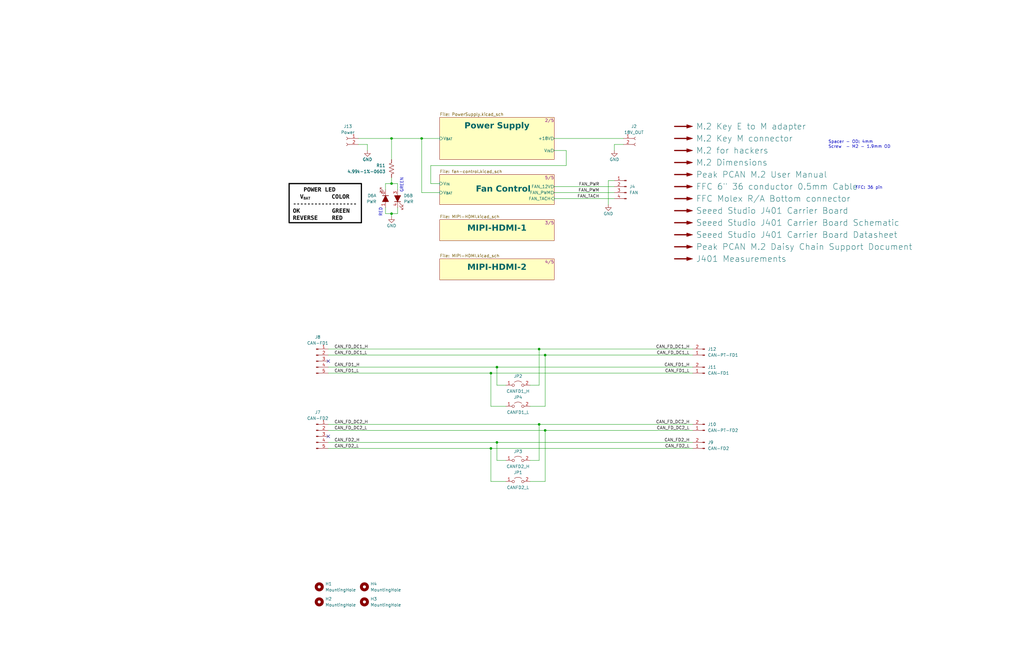
<source format=kicad_sch>
(kicad_sch (version 20230121) (generator eeschema)
  (paper "B")
  (title_block (title "NX J401 Adapter") (date "2023-06-04") (rev "1") (company "971 Spartan Robotics"))
  (lib_symbols
    (symbol "Connector:Conn_01x02_Pin" (pin_names (offset 1.016) hide)
      (property "Reference" "J" (at 0 2.54 0))
      (property "Value" "Conn_01x02_Pin" (at 0 -5.08 0))
      (symbol "Conn_01x02_Pin_1_1"
        (polyline (pts (xy 1.27 -2.54) (xy 0.8636 -2.54)) (stroke (width 0.1524)))
        (polyline (pts (xy 1.27 0) (xy 0.8636 0)) (stroke (width 0.1524)))
        (rectangle (start 0.8636 -2.413) (end 0 -2.667) (stroke (width 0.1524)) (fill (type outline)))
        (rectangle (start 0.8636 0.127) (end 0 -0.127) (stroke (width 0.1524)) (fill (type outline)))
        (pin passive line (at 5.08 0 180) (length 3.81) (name "Pin_1") (number "1"))
        (pin passive line (at 5.08 -2.54 180) (length 3.81) (name "Pin_2") (number "2"))
      )
    )
    (symbol "Connector:Conn_01x02_Socket" (pin_names (offset 1.016) hide)
      (property "Reference" "J" (at 0 2.54 0))
      (property "Value" "Conn_01x02_Socket" (at 0 -5.08 0))
      (symbol "Conn_01x02_Socket_1_1"
        (arc (start 0 -2.032) (mid -0.5058 -2.54) (end 0 -3.048) (stroke (width 0.1524)))
        (polyline (pts (xy -1.27 -2.54) (xy -0.508 -2.54)) (stroke (width 0.1524)))
        (polyline (pts (xy -1.27 0) (xy -0.508 0)) (stroke (width 0.1524)))
        (arc (start 0 0.508) (mid -0.5058 0) (end 0 -0.508) (stroke (width 0.1524)))
        (pin passive line (at -5.08 0 0) (length 3.81) (name "Pin_1") (number "1"))
        (pin passive line (at -5.08 -2.54 0) (length 3.81) (name "Pin_2") (number "2"))
      )
    )
    (symbol "Connector:Conn_01x04_Pin" (pin_names (offset 1.016) hide)
      (property "Reference" "J" (at 0 5.08 0))
      (property "Value" "Conn_01x04_Pin" (at 0 -7.62 0))
      (symbol "Conn_01x04_Pin_1_1"
        (polyline (pts (xy 1.27 -5.08) (xy 0.8636 -5.08)) (stroke (width 0.1524)))
        (polyline (pts (xy 1.27 -2.54) (xy 0.8636 -2.54)) (stroke (width 0.1524)))
        (polyline (pts (xy 1.27 0) (xy 0.8636 0)) (stroke (width 0.1524)))
        (polyline (pts (xy 1.27 2.54) (xy 0.8636 2.54)) (stroke (width 0.1524)))
        (rectangle (start 0.8636 -4.953) (end 0 -5.207) (stroke (width 0.1524)) (fill (type outline)))
        (rectangle (start 0.8636 -2.413) (end 0 -2.667) (stroke (width 0.1524)) (fill (type outline)))
        (rectangle (start 0.8636 0.127) (end 0 -0.127) (stroke (width 0.1524)) (fill (type outline)))
        (rectangle (start 0.8636 2.667) (end 0 2.413) (stroke (width 0.1524)) (fill (type outline)))
        (pin passive line (at 5.08 2.54 180) (length 3.81) (name "Pin_1") (number "1"))
        (pin passive line (at 5.08 0 180) (length 3.81) (name "Pin_2") (number "2"))
        (pin passive line (at 5.08 -2.54 180) (length 3.81) (name "Pin_3") (number "3"))
        (pin passive line (at 5.08 -5.08 180) (length 3.81) (name "Pin_4") (number "4"))
      )
    )
    (symbol "Connector:Conn_01x05_Pin" (pin_names (offset 1.016) hide)
      (property "Reference" "J" (at 0 7.62 0))
      (property "Value" "Conn_01x05_Pin" (at 0 -7.62 0))
      (symbol "Conn_01x05_Pin_1_1"
        (polyline (pts (xy 1.27 -5.08) (xy 0.8636 -5.08)) (stroke (width 0.1524)))
        (polyline (pts (xy 1.27 -2.54) (xy 0.8636 -2.54)) (stroke (width 0.1524)))
        (polyline (pts (xy 1.27 0) (xy 0.8636 0)) (stroke (width 0.1524)))
        (polyline (pts (xy 1.27 2.54) (xy 0.8636 2.54)) (stroke (width 0.1524)))
        (polyline (pts (xy 1.27 5.08) (xy 0.8636 5.08)) (stroke (width 0.1524)))
        (rectangle (start 0.8636 -4.953) (end 0 -5.207) (stroke (width 0.1524)) (fill (type outline)))
        (rectangle (start 0.8636 -2.413) (end 0 -2.667) (stroke (width 0.1524)) (fill (type outline)))
        (rectangle (start 0.8636 0.127) (end 0 -0.127) (stroke (width 0.1524)) (fill (type outline)))
        (rectangle (start 0.8636 2.667) (end 0 2.413) (stroke (width 0.1524)) (fill (type outline)))
        (rectangle (start 0.8636 5.207) (end 0 4.953) (stroke (width 0.1524)) (fill (type outline)))
        (pin passive line (at 5.08 5.08 180) (length 3.81) (name "Pin_1") (number "1"))
        (pin passive line (at 5.08 2.54 180) (length 3.81) (name "Pin_2") (number "2"))
        (pin passive line (at 5.08 0 180) (length 3.81) (name "Pin_3") (number "3"))
        (pin passive line (at 5.08 -2.54 180) (length 3.81) (name "Pin_4") (number "4"))
        (pin passive line (at 5.08 -5.08 180) (length 3.81) (name "Pin_5") (number "5"))
      )
    )
    (symbol "Device:R_US" (pin_numbers hide) (pin_names (offset 0))
      (property "Reference" "R" (at 2.54 0 90))
      (property "Value" "R_US" (at -2.54 0 90))
      (symbol "R_US_0_1"
        (polyline (pts (xy 0 -2.286) (xy 0 -2.54)))
        (polyline (pts (xy 0 2.286) (xy 0 2.54)))
        (polyline (pts (xy 0 -0.762) (xy 1.016 -1.143) (xy 0 -1.524) (xy -1.016 -1.905) (xy 0 -2.286)))
        (polyline (pts (xy 0 0.762) (xy 1.016 0.381) (xy 0 0) (xy -1.016 -0.381) (xy 0 -0.762)))
        (polyline (pts (xy 0 2.286) (xy 1.016 1.905) (xy 0 1.524) (xy -1.016 1.143) (xy 0 0.762)))
      )
      (symbol "R_US_1_1"
        (pin passive line (at 0 3.81 270) (length 1.27) (name "~") (number "1"))
        (pin passive line (at 0 -3.81 90) (length 1.27) (name "~") (number "2"))
      )
    )
    (symbol "Graphic:SYM_Arrow_Large" (in_bom no) (on_board no)
      (symbol "SYM_Arrow_Large_0_1"
        (polyline (pts (xy 2.54 0) (xy -3.81 0)) (stroke (width 0.508)))
        (polyline (pts (xy 3.81 0) (xy 1.27 -0.762) (xy 1.27 0.762) (xy 3.81 0)) (fill (type outline)))
      )
    )
    (symbol "Jumper:Jumper_2_Open" (pin_names (offset 0) hide)
      (property "Reference" "JP" (at 0 2.794 0))
      (property "Value" "Jumper_2_Open" (at 0 -2.286 0))
      (symbol "Jumper_2_Open_0_0"
        (circle (center -2.032 0) (radius 0.508))
        (circle (center 2.032 0) (radius 0.508))
      )
      (symbol "Jumper_2_Open_0_1"
        (arc (start 1.524 1.27) (mid 0 1.778) (end -1.524 1.27))
      )
      (symbol "Jumper_2_Open_1_1"
        (pin passive line (at -5.08 0 0) (length 2.54) (name "A") (number "1"))
        (pin passive line (at 5.08 0 180) (length 2.54) (name "B") (number "2"))
      )
    )
    (symbol "Mechanical:MountingHole" (pin_names (offset 1.016))
      (property "Reference" "H" (at 0 5.08 0))
      (property "Value" "MountingHole" (at 0 3.175 0))
      (symbol "MountingHole_0_1"
        (circle (center 0 0) (radius 1.27) (stroke (width 1.27)))
      )
    )
    (symbol "NX-IndicatorBoard:SunLED-Dual-LED" (pin_names (offset 1.016) hide)
      (property "Reference" "D6" (at -0.3175 -3.81 90))
      (property "Value" "PWR" (at -2.8575 -3.81 90))
      (symbol "SunLED-Dual-LED_0_1"
        (polyline (pts (xy -1.27 -1.27) (xy -1.27 1.27)) (stroke (width 0.254) (color 132 0 0 1)) (fill (type color) (color 255 0 0 1)))
        (polyline (pts (xy 1.27 -1.27) (xy 1.27 1.27) (xy -1.27 0) (xy 1.27 -1.27)) (stroke (width 0.254) (color 132 0 0 1)) (fill (type outline)))
        (polyline (pts (xy -3.048 -0.762) (xy -4.572 -2.286) (xy -3.81 -2.286) (xy -4.572 -2.286) (xy -4.572 -1.524)) (stroke (width 0) (color 132 0 0 1)))
        (polyline (pts (xy -1.778 -0.762) (xy -3.302 -2.286) (xy -2.54 -2.286) (xy -3.302 -2.286) (xy -3.302 -1.524)) (stroke (width 0) (color 132 0 0 1)))
      )
      (symbol "SunLED-Dual-LED_1_1"
        (pin passive line (at 3.81 0 180) (length 2.54) (name "RedA") (number "1"))
        (pin passive line (at -3.81 0 0) (length 2.54) (name "Red-K") (number "2"))
      )
      (symbol "SunLED-Dual-LED_2_1"
        (pin passive line (at 3.81 0 180) (length 2.54) (name "Green-A") (number "3"))
        (pin passive line (at -3.81 0 0) (length 2.54) (name "Green-K") (number "4"))
      )
    )
    (symbol "SunLED-Dual-LED_1" (pin_names (offset 1.016) hide)
      (property "Reference" "D6" (at -0.3175 -3.81 90))
      (property "Value" "PWR" (at -2.8575 -3.81 90))
      (symbol "SunLED-Dual-LED_1_0_1"
        (polyline (pts (xy -1.27 -1.27) (xy -1.27 1.27)) (stroke (width 0.254) (color 132 0 0 1)) (fill (type color) (color 255 0 0 1)))
        (polyline (pts (xy 1.27 -1.27) (xy 1.27 1.27) (xy -1.27 0) (xy 1.27 -1.27)) (stroke (width 0.254) (color 132 0 0 1)) (fill (type outline)))
        (polyline (pts (xy -3.048 -0.762) (xy -4.572 -2.286) (xy -3.81 -2.286) (xy -4.572 -2.286) (xy -4.572 -1.524)) (stroke (width 0) (color 132 0 0 1)))
        (polyline (pts (xy -1.778 -0.762) (xy -3.302 -2.286) (xy -2.54 -2.286) (xy -3.302 -2.286) (xy -3.302 -1.524)) (stroke (width 0) (color 132 0 0 1)))
      )
      (symbol "SunLED-Dual-LED_1_1_1"
        (pin passive line (at 3.81 0 180) (length 2.54) (name "RedA") (number "1"))
        (pin passive line (at -3.81 0 0) (length 2.54) (name "Red-K") (number "2"))
      )
      (symbol "SunLED-Dual-LED_1_2_1"
        (pin passive line (at 3.81 0 180) (length 2.54) (name "Green-A") (number "3"))
        (pin passive line (at -3.81 0 0) (length 2.54) (name "Green-K") (number "4"))
      )
    )
    (symbol "power:GND" (power) (pin_names (offset 0))
      (property "Value" "GND" (at 0 -3.81 0))
      (symbol "GND_0_1"
        (polyline (pts (xy 0 0) (xy 0 -1.27) (xy 1.27 -1.27) (xy 0 -2.54) (xy -1.27 -1.27) (xy 0 -1.27)))
      )
      (symbol "GND_1_1"
        (pin power_in line (at 0 0 270) (length 0) hide (name "GND") (number "1"))
      )
    )
  )
  (junction (at 177.8 58.42))
  (junction (at 227.33 147.32))
  (junction (at 227.33 179.07))
  (junction (at 207.01 189.23))
  (junction (at 165.1 58.42))
  (junction (at 207.01 157.48))
  (junction (at 209.55 154.94))
  (junction (at 165.1 77.47))
  (junction (at 209.55 186.69))
  (junction (at 229.87 181.61))
  (junction (at 165.1 90.17))
  (junction (at 229.87 149.86))
  (no_connect (at 138.43 184.15))
  (no_connect (at 138.43 152.4))
  (wire (pts (xy 209.55 186.69) (xy 292.1 186.69)))
  (wire (pts (xy 185.42 77.47) (xy 181.61 77.47)))
  (wire (pts (xy 138.43 179.07) (xy 227.33 179.07)))
  (wire (pts (xy 223.52 171.45) (xy 229.87 171.45)))
  (wire (pts (xy 223.52 203.2) (xy 229.87 203.2)))
  (wire (pts (xy 259.08 60.96) (xy 259.08 63.5)))
  (wire (pts (xy 177.8 58.42) (xy 185.42 58.42)))
  (wire (pts (xy 229.87 149.86) (xy 229.87 171.45)))
  (wire (pts (xy 165.1 58.42) (xy 165.1 67.31)))
  (wire (pts (xy 209.55 162.56) (xy 209.55 154.94)))
  (wire (pts (xy 151.13 60.96) (xy 154.94 60.96)))
  (wire (pts (xy 165.1 77.47) (xy 162.56 77.47)))
  (wire (pts (xy 209.55 194.31) (xy 209.55 186.69)))
  (wire (pts (xy 207.01 203.2) (xy 213.36 203.2)))
  (wire (pts (xy 165.1 90.17) (xy 165.1 91.44)))
  (wire (pts (xy 233.68 78.74) (xy 259.08 78.74)))
  (wire (pts (xy 181.61 69.85) (xy 238.76 69.85)))
  (wire (pts (xy 209.55 154.94) (xy 292.1 154.94)))
  (wire (pts (xy 138.43 147.32) (xy 227.33 147.32)))
  (wire (pts (xy 162.56 87.63) (xy 162.56 90.17)))
  (wire (pts (xy 162.56 90.17) (xy 165.1 90.17)))
  (wire (pts (xy 233.68 58.42) (xy 262.89 58.42)))
  (wire (pts (xy 207.01 189.23) (xy 207.01 203.2)))
  (wire (pts (xy 154.94 60.96) (xy 154.94 63.5)))
  (wire (pts (xy 229.87 149.86) (xy 292.1 149.86)))
  (wire (pts (xy 207.01 171.45) (xy 213.36 171.45)))
  (wire (pts (xy 233.68 83.82) (xy 259.08 83.82)))
  (wire (pts (xy 223.52 162.56) (xy 227.33 162.56)))
  (wire (pts (xy 227.33 147.32) (xy 292.1 147.32)))
  (wire (pts (xy 162.56 77.47) (xy 162.56 80.01)))
  (wire (pts (xy 227.33 162.56) (xy 227.33 147.32)))
  (wire (pts (xy 207.01 157.48) (xy 292.1 157.48)))
  (wire (pts (xy 138.43 181.61) (xy 229.87 181.61)))
  (wire (pts (xy 233.68 81.28) (xy 259.08 81.28)))
  (wire (pts (xy 207.01 157.48) (xy 207.01 171.45)))
  (wire (pts (xy 238.76 69.85) (xy 238.76 63.5)))
  (wire (pts (xy 167.64 90.17) (xy 165.1 90.17)))
  (wire (pts (xy 138.43 189.23) (xy 207.01 189.23)))
  (wire (pts (xy 185.42 81.28) (xy 177.8 81.28)))
  (wire (pts (xy 165.1 77.47) (xy 167.64 77.47)))
  (wire (pts (xy 229.87 181.61) (xy 292.1 181.61)))
  (wire (pts (xy 138.43 186.69) (xy 209.55 186.69)))
  (wire (pts (xy 223.52 194.31) (xy 227.33 194.31)))
  (wire (pts (xy 181.61 77.47) (xy 181.61 69.85)))
  (wire (pts (xy 165.1 74.93) (xy 165.1 77.47)))
  (wire (pts (xy 227.33 194.31) (xy 227.33 179.07)))
  (wire (pts (xy 262.89 60.96) (xy 259.08 60.96)))
  (wire (pts (xy 207.01 189.23) (xy 292.1 189.23)))
  (wire (pts (xy 238.76 63.5) (xy 233.68 63.5)))
  (wire (pts (xy 138.43 154.94) (xy 209.55 154.94)))
  (wire (pts (xy 229.87 181.61) (xy 229.87 203.2)))
  (wire (pts (xy 138.43 149.86) (xy 229.87 149.86)))
  (wire (pts (xy 177.8 81.28) (xy 177.8 58.42)))
  (wire (pts (xy 256.54 86.36) (xy 256.54 76.2)))
  (wire (pts (xy 167.64 87.63) (xy 167.64 90.17)))
  (wire (pts (xy 213.36 194.31) (xy 209.55 194.31)))
  (wire (pts (xy 256.54 76.2) (xy 259.08 76.2)))
  (wire (pts (xy 209.55 162.56) (xy 213.36 162.56)))
  (wire (pts (xy 165.1 58.42) (xy 177.8 58.42)))
  (wire (pts (xy 167.64 77.47) (xy 167.64 80.01)))
  (wire (pts (xy 151.13 58.42) (xy 165.1 58.42)))
  (wire (pts (xy 227.33 179.07) (xy 292.1 179.07)))
  (wire (pts (xy 138.43 157.48) (xy 207.01 157.48)))
  (text_box "   POWER LED\n  V_{BAT}      COLOR\n------------------\nOK         GREEN\nREVERSE    RED" (at 121.92 77.47 0) (size 30.48 16.51) (stroke (width 0.508) (color 0 0 0 1)) (effects (font (size 1.778 1.778) (thickness 0.3556) bold) (justify left top)))
  (text "FFC: 36 pin" (at 360.68 80.01 0) (effects (font (size 1.27 1.27)) (justify left bottom)))
  (text "GREEN" (at 170.18 81.28 90) (effects (font (size 1.27 1.27)) (justify left bottom)))
  (text "RED" (at 161.29 91.44 90) (effects (font (size 1.27 1.27)) (justify left bottom)))
  (text "Spacer - OD: 4mm\nScrew  - M2 - 1.9mm OD\n\n" (at 349.25 64.77 0) (effects (font (size 1.27 1.27)) (justify left bottom)))
  (label "CAN_FD1_H" (at 290.83 154.94 180))
  (label "CAN_FD_DC2_L" (at 140.97 181.61 0))
  (label "CAN_FD1_H" (at 140.97 154.94 0))
  (label "CAN_FD_DC2_H" (at 140.97 179.07 0))
  (label "CAN_FD_DC1_H" (at 290.83 147.32 180))
  (label "CAN_FD1_L" (at 290.83 157.48 180))
  (label "CAN_FD_DC2_L" (at 290.83 181.61 180))
  (label "CAN_FD2_L" (at 290.83 189.23 180))
  (label "CAN_FD_DC1_H" (at 140.97 147.32 0))
  (label "FAN_PWR" (at 252.73 78.74 180))
  (label "CAN_FD1_L" (at 140.97 157.48 0))
  (label "CAN_FD2_H" (at 140.97 186.69 0))
  (label "CAN_FD2_H" (at 290.83 186.69 180))
  (label "CAN_FD_DC1_L" (at 140.97 149.86 0))
  (label "FAN_PWM" (at 252.73 81.28 180))
  (label "FAN_TACH" (at 252.73 83.82 180))
  (label "CAN_FD_DC2_H" (at 290.83 179.07 180))
  (label "CAN_FD2_L" (at 140.97 189.23 0))
  (label "CAN_FD_DC1_L" (at 290.83 149.86 180))
  (symbol (lib_id "Mechanical:MountingHole") (at 153.67 254 0) (unit 1) (in_bom no)
    (property "Reference" "H3" (at 156.21 252.73 0) (effects (justify left)))
    (property "Value" "MountingHole" (at 156.21 255.27 0) (effects (justify left)))
    (property "Footprint" "MountingHole:MountingHole_2.7mm_M2.5_Pad" (effects hide))
  )
  (symbol (lib_id "Jumper:Jumper_2_Open") (at 218.44 203.2 0) (unit 1) (in_bom no)
    (property "Reference" "JP1" (at 218.44 199.39 0))
    (property "Value" "CANFD2_L" (at 218.44 205.74 0))
    (property "Footprint" "Jumper:SolderJumper-2_P1.3mm_Open_RoundedPad1.0x1.5mm" (effects hide))
  )
  (symbol (lib_id "Device:R_US") (at 165.1 71.12 0) (mirror x) (unit 1)
    (property "Reference" "R11" (at 162.56 69.85 0) (effects (justify right)))
    (property "Value" "4.99k-1%-0603" (at 162.56 72.39 0) (effects (justify right)))
    (property "Footprint" "Resistor_SMD:R_0603_1608Metric" (effects hide))
    (property "MFG" "Yageo" (effects hide))
    (property "MFG P/N" "RC0603FR-074K99L" (effects hide))
    (property "DIST" "Digikey" (effects hide))
    (property "DIST P/N" "311-4.99KHRCT-ND" (effects hide))
  )
  (symbol (lib_name "SunLED-Dual-LED_1") (lib_id "NX-IndicatorBoard:SunLED-Dual-LED") (at 167.64 83.82 90) (unit 2)
    (property "Reference" "D6" (at 170.18 82.55 90) (effects (justify right)))
    (property "Value" "PWR" (at 170.18 85.09 90) (effects (justify right)))
    (property "Footprint" "NX-J401-Adapter:LED_SunLED_XZMDKVG55W-8" (effects hide))
    (property "Datasheet" "Components/SunLED-XZMDKVG55W-8.pdf" (effects hide))
    (property "MFG" "SunLED" (effects hide))
    (property "MFG P/N" "XZMDKVG55W-8" (effects hide))
    (property "DIST" "Digikey" (effects hide))
    (property "DIST P/N" "1497-1183-1-ND" (effects hide))
  )
  (symbol (lib_id "Graphic:SYM_Arrow_Large") (at 288.29 104.14 0) (unit 1) (in_bom no) (on_board no)
    (property "Reference" "#SYM13" (effects hide))
    (property "Value" "Peak PCAN M.2 Daisy Chain Support Document" (at 293.37 104.14 0) (effects (font (size 2.54 2.54)) (justify left)))
    (property "Datasheet" "Components/PCAN-M.2_Support_eng.pdf" (effects hide))
    (property "Sim.Enable" "  (symbol \"Graphic:SYM_Arrow_Large\" (in_bom no) (on_board no)" (effects hide))
  )
  (symbol (lib_id "Graphic:SYM_Arrow_Large") (at 288.29 88.9 0) (unit 1) (in_bom no) (on_board no)
    (property "Reference" "#SYM8" (effects hide))
    (property "Value" "Seeed Studio J401 Carrier Board" (at 293.37 88.9 0) (effects (font (size 2.54 2.54)) (justify left)))
    (property "Datasheet" "https://www.seeedstudio.com/reComputer-J401-Carrier-Board-for-Jetson-Orin-NX-Orin-Nano-p-5636.html" (effects hide))
    (property "Sim.Enable" "  (symbol \"Graphic:SYM_Arrow_Large\" (in_bom no) (on_board no)" (effects hide))
  )
  (symbol (lib_id "Jumper:Jumper_2_Open") (at 218.44 162.56 0) (unit 1) (in_bom no)
    (property "Reference" "JP2" (at 218.44 158.75 0))
    (property "Value" "CANFD1_H" (at 218.44 165.1 0))
    (property "Footprint" "Jumper:SolderJumper-2_P1.3mm_Open_RoundedPad1.0x1.5mm" (effects hide))
  )
  (symbol (lib_id "Mechanical:MountingHole") (at 134.62 247.65 0) (unit 1) (in_bom no)
    (property "Reference" "H1" (at 137.16 246.38 0) (effects (justify left)))
    (property "Value" "MountingHole" (at 137.16 248.92 0) (effects (justify left)))
    (property "Footprint" "MountingHole:MountingHole_2.7mm_M2.5_Pad" (effects hide))
  )
  (symbol (lib_id "NX-IndicatorBoard:SunLED-Dual-LED") (at 162.56 83.82 270) (unit 1)
    (property "Reference" "D6" (at 158.75 82.55 90) (effects (justify right)))
    (property "Value" "PWR" (at 158.75 85.09 90) (effects (justify right)))
    (property "Footprint" "NX-J401-Adapter:LED_SunLED_XZMDKVG55W-8" (effects hide))
    (property "Datasheet" "Components/SunLED-XZMDKVG55W-8.pdf" (effects hide))
    (property "MFG" "SunLED" (effects hide))
    (property "MFG P/N" "XZMDKVG55W-8" (effects hide))
    (property "DIST" "Digikey" (effects hide))
    (property "DIST P/N" "1497-1183-1-ND" (effects hide))
  )
  (symbol (lib_id "power:GND") (at 256.54 86.36 0) (mirror y) (unit 1)
    (property "Reference" "#PWR06" (effects hide))
    (property "Value" "GND" (at 256.54 90.17 0))
  )
  (symbol (lib_id "Connector:Conn_01x05_Pin") (at 133.35 184.15 0) (unit 1)
    (property "Reference" "J7" (at 133.985 173.99 0))
    (property "Value" "CAN-FD2" (at 133.985 176.53 0))
    (property "Footprint" "NX-J401-Adapter:CONN_BM05B-SURS-TF_JST" (effects hide))
    (property "Datasheet" "Components/JST-eSUR.pdf" (effects hide))
    (property "MFG" "JST Sales" (effects hide))
    (property "MFG P/N" "BM05B-SURS-TF" (effects hide))
    (property "DIST" "Digikey" (effects hide))
    (property "DIST P/N" "455-BM05B-SURS-TFCT-ND" (effects hide))
  )
  (symbol (lib_id "Connector:Conn_01x05_Pin") (at 133.35 152.4 0) (unit 1)
    (property "Reference" "J8" (at 133.985 142.24 0))
    (property "Value" "CAN-FD1" (at 133.985 144.78 0))
    (property "Footprint" "NX-J401-Adapter:CONN_BM05B-SURS-TF_JST" (effects hide))
    (property "Datasheet" "Components/JST-eSUR.pdf" (effects hide))
    (property "MFG" "JST Sales" (effects hide))
    (property "MFG P/N" "BM05B-SURS-TF" (effects hide))
    (property "DIST" "Digikey" (effects hide))
    (property "DIST P/N" "455-BM05B-SURS-TFCT-ND" (effects hide))
  )
  (symbol (lib_id "Graphic:SYM_Arrow_Large") (at 288.29 58.42 0) (unit 1) (in_bom no) (on_board no)
    (property "Reference" "#SYM2" (effects hide))
    (property "Value" "M.2 Key M connector" (at 293.37 58.42 0) (effects (font (size 2.54 2.54)) (justify left)))
    (property "Datasheet" "https://www.digikey.com/en/products/detail/amphenol-cs-fci/MDT420M01001/5810337" (effects hide))
    (property "Sim.Enable" "0" (effects hide))
  )
  (symbol (lib_id "Graphic:SYM_Arrow_Large") (at 288.29 83.82 0) (unit 1) (in_bom no) (on_board no)
    (property "Reference" "#SYM7" (effects hide))
    (property "Value" "FFC Molex R/A Bottom connector" (at 293.37 83.82 0) (effects (font (size 2.54 2.54)) (justify left)))
    (property "Datasheet" "https://www.digikey.com/en/products/detail/molex/0541323662/3044858" (effects hide))
    (property "Sim.Enable" "  (symbol \"Graphic:SYM_Arrow_Large\" (in_bom no) (on_board no)" (effects hide))
  )
  (symbol (lib_id "power:GND") (at 154.94 63.5 0) (mirror y) (unit 1)
    (property "Reference" "#PWR054" (effects hide))
    (property "Value" "GND" (at 154.94 67.31 0))
  )
  (symbol (lib_id "Graphic:SYM_Arrow_Large") (at 288.29 68.58 0) (unit 1) (in_bom no) (on_board no)
    (property "Reference" "#SYM4" (effects hide))
    (property "Value" "M.2 Dimensions" (at 293.37 68.58 0) (effects (font (size 2.54 2.54)) (justify left)))
    (property "Datasheet" "https://www.e-tec.com/v5/documents/pdfs/pcb-interconnect-products/mpe-075-rxm9-55.pdf" (effects hide))
    (property "Sim.Enable" "  (symbol \"Graphic:SYM_Arrow_Large\" (in_bom no) (on_board no)" (effects hide))
  )
  (symbol (lib_id "Graphic:SYM_Arrow_Large") (at 288.29 99.06 0) (unit 1) (in_bom no) (on_board no)
    (property "Reference" "#SYM10" (effects hide))
    (property "Value" "Seeed Studio J401 Carrier Board Datasheet" (at 293.37 99.06 0) (effects (font (size 2.54 2.54)) (justify left)))
    (property "Datasheet" "https://files.seeedstudio.com/wiki/reComputer-J4012/reComputer-J401-datasheet.pdf" (effects hide))
    (property "Sim.Enable" "  (symbol \"Graphic:SYM_Arrow_Large\" (in_bom no) (on_board no)" (effects hide))
  )
  (symbol (lib_id "Graphic:SYM_Arrow_Large") (at 288.29 109.22 0) (unit 1) (in_bom no) (on_board no)
    (property "Reference" "#SYM12" (effects hide))
    (property "Value" "J401 Measurements" (at 293.37 109.22 0) (effects (font (size 2.54 2.54)) (justify left)))
    (property "Datasheet" "Components/J401 Measurements__Assembly.pdf" (effects hide))
    (property "Sim.Enable" "  (symbol \"Graphic:SYM_Arrow_Large\" (in_bom no) (on_board no)" (effects hide))
  )
  (symbol (lib_id "Connector:Conn_01x02_Pin") (at 297.18 157.48 180) (unit 1)
    (property "Reference" "J11" (at 298.45 154.94 0) (effects (justify right)))
    (property "Value" "CAN-FD1" (at 298.45 157.48 0) (effects (justify right)))
    (property "Footprint" "NX-J401-Adapter:70555-0001" (effects hide))
    (property "Datasheet" "Components/Molex-70555-0001.pdf" (effects hide))
    (property "MFG" "Molex" (effects hide))
    (property "MFG P/N" "0705550001" (effects hide))
    (property "DIST" "Digikey" (effects hide))
    (property "DIST P/N" "WM4164-ND" (effects hide))
  )
  (symbol (lib_id "Mechanical:MountingHole") (at 153.67 247.65 0) (unit 1) (in_bom no)
    (property "Reference" "H4" (at 156.21 246.38 0) (effects (justify left)))
    (property "Value" "MountingHole" (at 156.21 248.92 0) (effects (justify left)))
    (property "Footprint" "MountingHole:MountingHole_2.7mm_M2.5_Pad" (effects hide))
  )
  (symbol (lib_id "Mechanical:MountingHole") (at 134.62 254 0) (unit 1) (in_bom no)
    (property "Reference" "H2" (at 137.16 252.73 0) (effects (justify left)))
    (property "Value" "MountingHole" (at 137.16 255.27 0) (effects (justify left)))
    (property "Footprint" "MountingHole:MountingHole_2.7mm_M2.5_Pad" (effects hide))
  )
  (symbol (lib_id "Connector:Conn_01x02_Pin") (at 297.18 181.61 180) (unit 1)
    (property "Reference" "J10" (at 298.45 179.07 0) (effects (justify right)))
    (property "Value" "CAN-PT-FD2" (at 298.45 181.61 0) (effects (justify right)))
    (property "Footprint" "NX-J401-Adapter:70555-0001" (effects hide))
    (property "Datasheet" "Components/Molex-70555-0001.pdf" (effects hide))
    (property "MFG" "Molex" (effects hide))
    (property "MFG P/N" "0705550001" (effects hide))
    (property "DIST" "Digikey" (effects hide))
    (property "DIST P/N" "WM4164-ND" (effects hide))
  )
  (symbol (lib_id "power:GND") (at 259.08 63.5 0) (mirror y) (unit 1)
    (property "Reference" "#PWR036" (effects hide))
    (property "Value" "GND" (at 259.08 67.31 0))
  )
  (symbol (lib_id "Jumper:Jumper_2_Open") (at 218.44 171.45 0) (unit 1) (in_bom no)
    (property "Reference" "JP4" (at 218.44 167.64 0))
    (property "Value" "CANFD1_L" (at 218.44 173.99 0))
    (property "Footprint" "Jumper:SolderJumper-2_P1.3mm_Open_RoundedPad1.0x1.5mm" (effects hide))
  )
  (symbol (lib_id "Connector:Conn_01x02_Pin") (at 297.18 189.23 180) (unit 1)
    (property "Reference" "J9" (at 298.45 186.69 0) (effects (justify right)))
    (property "Value" "CAN-FD2" (at 298.45 189.23 0) (effects (justify right)))
    (property "Footprint" "NX-J401-Adapter:70555-0001" (effects hide))
    (property "Datasheet" "Components/Molex-70555-0001.pdf" (effects hide))
    (property "MFG" "Molex" (effects hide))
    (property "MFG P/N" "0705550001" (effects hide))
    (property "DIST" "Digikey" (effects hide))
    (property "DIST P/N" "WM4164-ND" (effects hide))
  )
  (symbol (lib_id "Connector:Conn_01x02_Pin") (at 297.18 149.86 180) (unit 1)
    (property "Reference" "J12" (at 298.45 147.32 0) (effects (justify right)))
    (property "Value" "CAN-PT-FD1" (at 298.45 149.86 0) (effects (justify right)))
    (property "Footprint" "NX-J401-Adapter:70555-0001" (effects hide))
    (property "Datasheet" "Components/Molex-70555-0001.pdf" (effects hide))
    (property "MFG" "Molex" (effects hide))
    (property "MFG P/N" "0705550001" (effects hide))
    (property "DIST" "Digikey" (effects hide))
    (property "DIST P/N" "WM4164-ND" (effects hide))
  )
  (symbol (lib_id "Graphic:SYM_Arrow_Large") (at 288.29 63.5 0) (unit 1) (in_bom no) (on_board no)
    (property "Reference" "#SYM3" (effects hide))
    (property "Value" "M.2 for hackers" (at 293.37 63.5 0) (effects (font (size 2.54 2.54)) (justify left)))
    (property "Datasheet" "https://hackaday.com/2022/11/07/m-2-for-hackers-cards/" (effects hide))
    (property "Sim.Enable" "  (symbol \"Graphic:SYM_Arrow_Large\" (in_bom no) (on_board no)" (effects hide))
  )
  (symbol (lib_id "Graphic:SYM_Arrow_Large") (at 288.29 78.74 0) (unit 1) (in_bom no) (on_board no)
    (property "Reference" "#SYM6" (effects hide))
    (property "Value" "FFC 6\" 36 conductor 0.5mm Cable" (at 293.37 78.74 0) (effects (font (size 2.54 2.54)) (justify left)))
    (property "Datasheet" "https://www.digikey.com/en/products/detail/molex/0151660391/3281272" (effects hide))
    (property "Sim.Enable" "  (symbol \"Graphic:SYM_Arrow_Large\" (in_bom no) (on_board no)" (effects hide))
  )
  (symbol (lib_id "Graphic:SYM_Arrow_Large") (at 288.29 73.66 0) (unit 1) (in_bom no) (on_board no)
    (property "Reference" "#SYM5" (effects hide))
    (property "Value" "Peak PCAN M.2 User Manual" (at 293.37 73.66 0) (effects (font (size 2.54 2.54)) (justify left)))
    (property "Datasheet" "https://www.peak-system.com/produktcd/Pdf/English/PCAN-M.2_UserMan_eng.pdf" (effects hide))
    (property "Sim.Enable" "  (symbol \"Graphic:SYM_Arrow_Large\" (in_bom no) (on_board no)" (effects hide))
  )
  (symbol (lib_id "Jumper:Jumper_2_Open") (at 218.44 194.31 0) (unit 1) (in_bom no)
    (property "Reference" "JP3" (at 218.44 190.5 0))
    (property "Value" "CANFD2_H" (at 218.44 196.85 0))
    (property "Footprint" "Jumper:SolderJumper-2_P1.3mm_Open_RoundedPad1.0x1.5mm" (effects hide))
  )
  (symbol (lib_id "power:GND") (at 165.1 91.44 0) (mirror y) (unit 1)
    (property "Reference" "#PWR021" (effects hide))
    (property "Value" "GND" (at 165.1 95.25 0))
  )
  (symbol (lib_id "Graphic:SYM_Arrow_Large") (at 288.29 53.34 0) (unit 1) (in_bom no) (on_board no)
    (property "Reference" "#SYM11" (effects hide))
    (property "Value" "M.2 Key E to M adapter" (at 293.37 53.34 0) (effects (font (size 2.54 2.54)) (justify left)))
    (property "Datasheet" "https://www.amazon.com/Sintech-NGFF-NVME-WiFi-Cable/dp/B07DZF1W55/ref=pd_day0fbt_sccl_2/132-7644550-0130220?pd_rd_w=RDHPV&content-id=amzn1.sym.a400618b-650b-4c39-a4fe-66c3e0813a14&pf_rd_p=a400618b-650b-4c39-a4fe-66c3e0813a14&pf_rd_r=FEHRQJQYRZQ383A726ZX&pd_rd_wg=QLlth&pd_rd_r=aec46676-9e07-4bd5-b4d5-77109e17448a&pd_rd_i=B07DZF1W55&psc=1" (effects hide))
    (property "Sim.Enable" "0" (effects hide))
  )
  (symbol (lib_id "Connector:Conn_01x02_Socket") (at 146.05 58.42 0) (mirror y) (unit 1)
    (property "Reference" "J13" (at 146.685 53.34 0))
    (property "Value" "Power" (at 146.685 55.88 0))
    (property "Footprint" "NX-J401-Adapter:Wurth-691406510002B" (effects hide))
    (property "Datasheet" "Components/Wurth-0691406510002B.pdf" (effects hide))
    (property "MFG" "Wurth" (effects hide))
    (property "MFG P/N" "691406510002B" (effects hide))
    (property "DIST" "Digikey" (effects hide))
    (property "DIST P/N" "732-691406510002B-ND" (effects hide))
  )
  (symbol (lib_id "Connector:Conn_01x02_Socket") (at 267.97 58.42 0) (unit 1)
    (property "Reference" "J2" (at 267.335 53.34 0))
    (property "Value" "18V_OUT" (at 267.335 55.88 0))
    (property "Footprint" "NX-J401-Adapter:CONN_69140872_WRE" (effects hide))
    (property "Datasheet" "Components/Wurth-691408720002B.pdf" (effects hide))
    (property "MFG" "Würth Elektronik" (effects hide))
    (property "MFG P/N" "691408720002B" (effects hide))
    (property "DIST" "Digikey" (effects hide))
    (property "DIST P/N" "732-691408720002B-ND" (effects hide))
  )
  (symbol (lib_id "Graphic:SYM_Arrow_Large") (at 288.29 93.98 0) (unit 1) (in_bom no) (on_board no)
    (property "Reference" "#SYM9" (effects hide))
    (property "Value" "Seeed Studio J401 Carrier Board Schematic" (at 293.37 93.98 0) (effects (font (size 2.54 2.54)) (justify left)))
    (property "Datasheet" "https://files.seeedstudio.com/wiki/J401/reComputer_J401_SCH_V1.0.pdf" (effects hide))
    (property "Sim.Enable" "  (symbol \"Graphic:SYM_Arrow_Large\" (in_bom no) (on_board no)" (effects hide))
  )
  (symbol (lib_id "Connector:Conn_01x04_Pin") (at 264.16 78.74 0) (mirror y) (unit 1)
    (property "Reference" "J4" (at 265.43 78.74 0) (effects (justify right)))
    (property "Value" "FAN" (at 265.43 81.28 0) (effects (justify right)))
    (property "Footprint" "NX-J401-Adapter:70543-0003" (effects hide))
    (property "Datasheet" "Components/Molex-705430001_sd.pdf" (effects hide))
    (property "MFG" "Molex" (effects hide))
    (property "MFG P/N" "70543-0003" (effects hide))
    (property "DIST" "Digikey" (effects hide))
    (property "DIST P/N" "WM4802-ND" (effects hide))
  )
  (sheet (at 185.42 73.66) (size 48.26 12.7) (stroke (width 0.1524)) (fill (color 255 255 194 1.0000))
    (property "Sheetname" "Fan Control" (at 200.66 81.28 0) (effects (font (size 2.54 2.54) bold) (justify left bottom)))
    (property "Sheetfile" "fan-control.kicad_sch" (at 185.42 72.39 0) (effects (justify left)))
    (property "Page" "${#}/${##}" (at 233.68 74.93 0) (effects (justify right)))
    (pin "FAN_12V" output (at 233.68 78.74 0))
    (pin "V_{BAT}" input (at 185.42 81.28 180))
    (pin "FAN_PWM" output (at 233.68 81.28 0))
    (pin "FAN_TACH" input (at 233.68 83.82 0))
    (pin "V_{IN}" input (at 185.42 77.47 180))
  )
  (sheet (at 185.42 49.53) (size 48.26 17.78) (stroke (width 0.1524)) (fill (color 255 255 194 1.0000))
    (property "Sheetname" "Power Supply" (at 209.55 54.61 0) (effects (font (size 2.54 2.54) bold) (justify bottom)))
    (property "Sheetfile" "PowerSupply.kicad_sch" (at 185.42 48.26 0) (effects (justify left)))
    (property "Page" "${#}/${##}" (at 233.68 50.8 0) (effects (justify right)))
    (pin "V_{BAT}" input (at 185.42 58.42 180))
    (pin "+18V" output (at 233.68 58.42 0))
    (pin "V_{IN}" output (at 233.68 63.5 0))
  )
  (sheet (at 185.42 109.22) (size 48.26 8.89) (stroke (width 0.1524)) (fill (color 255 255 194 1.0000))
    (property "Sheetname" "MIPI-HDMI-2" (at 209.55 114.3 0) (effects (font (size 2.54 2.54) bold) (justify bottom)))
    (property "Sheetfile" "MIPI-HDMI.kicad_sch" (at 185.42 107.95 0) (effects (justify left)))
    (property "Page" "${#}/${##}" (at 233.68 110.49 0) (effects (justify right)))
  )
  (sheet (at 185.42 92.71) (size 48.26 8.89) (stroke (width 0.1524)) (fill (color 255 255 194 1.0000))
    (property "Sheetname" "MIPI-HDMI-1" (at 209.55 97.79 0) (effects (font (size 2.54 2.54) bold) (justify bottom)))
    (property "Sheetfile" "MIPI-HDMI.kicad_sch" (at 185.42 91.44 0) (effects (justify left)))
    (property "Page" "${#}/${##}" (at 233.68 93.98 0) (effects (justify right)))
  )
)
</source>
